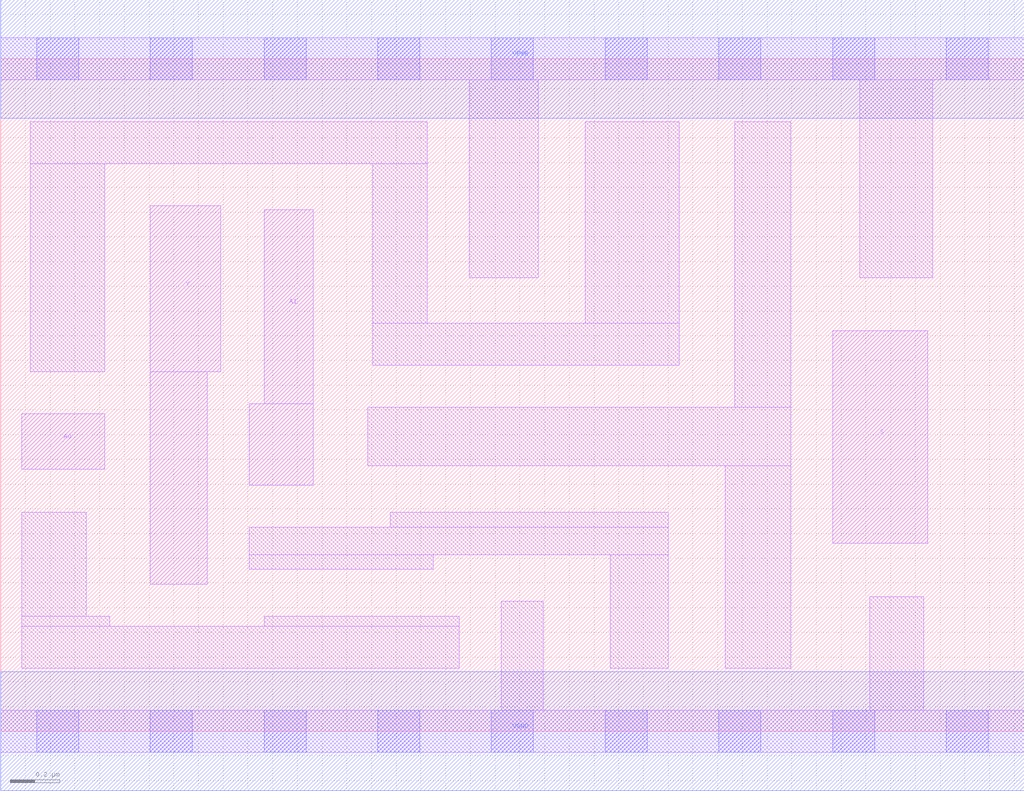
<source format=lef>
# Copyright 2020 The SkyWater PDK Authors
#
# Licensed under the Apache License, Version 2.0 (the "License");
# you may not use this file except in compliance with the License.
# You may obtain a copy of the License at
#
#     https://www.apache.org/licenses/LICENSE-2.0
#
# Unless required by applicable law or agreed to in writing, software
# distributed under the License is distributed on an "AS IS" BASIS,
# WITHOUT WARRANTIES OR CONDITIONS OF ANY KIND, either express or implied.
# See the License for the specific language governing permissions and
# limitations under the License.
#
# SPDX-License-Identifier: Apache-2.0

VERSION 5.7 ;
  NAMESCASESENSITIVE ON ;
  NOWIREEXTENSIONATPIN ON ;
  DIVIDERCHAR "/" ;
  BUSBITCHARS "[]" ;
UNITS
  DATABASE MICRONS 200 ;
END UNITS
PROPERTYDEFINITIONS
  MACRO maskLayoutSubType STRING ;
  MACRO prCellType STRING ;
  MACRO originalViewName STRING ;
END PROPERTYDEFINITIONS
MACRO sky130_fd_sc_hdll__mux2i_1
  CLASS CORE ;
  FOREIGN sky130_fd_sc_hdll__mux2i_1 ;
  ORIGIN  0.000000  0.000000 ;
  SIZE  4.140000 BY  2.720000 ;
  SYMMETRY X Y R90 ;
  SITE unithd ;
  PIN A0
    ANTENNAGATEAREA  0.277500 ;
    DIRECTION INPUT ;
    USE SIGNAL ;
    PORT
      LAYER li1 ;
        RECT 0.085000 1.060000 0.420000 1.285000 ;
    END
  END A0
  PIN A1
    ANTENNAGATEAREA  0.277500 ;
    DIRECTION INPUT ;
    USE SIGNAL ;
    PORT
      LAYER li1 ;
        RECT 1.005000 0.995000 1.265000 1.325000 ;
        RECT 1.065000 1.325000 1.265000 2.110000 ;
    END
  END A1
  PIN S
    ANTENNAGATEAREA  0.555000 ;
    DIRECTION INPUT ;
    USE SIGNAL ;
    PORT
      LAYER li1 ;
        RECT 3.365000 0.760000 3.750000 1.620000 ;
    END
  END S
  PIN Y
    ANTENNADIFFAREA  0.465500 ;
    DIRECTION OUTPUT ;
    USE SIGNAL ;
    PORT
      LAYER li1 ;
        RECT 0.605000 0.595000 0.835000 1.455000 ;
        RECT 0.605000 1.455000 0.890000 2.125000 ;
    END
  END Y
  PIN VGND
    DIRECTION INOUT ;
    USE GROUND ;
    PORT
      LAYER met1 ;
        RECT 0.000000 -0.240000 4.140000 0.240000 ;
    END
  END VGND
  PIN VPWR
    DIRECTION INOUT ;
    USE POWER ;
    PORT
      LAYER met1 ;
        RECT 0.000000 2.480000 4.140000 2.960000 ;
    END
  END VPWR
  OBS
    LAYER li1 ;
      RECT 0.000000 -0.085000 4.140000 0.085000 ;
      RECT 0.000000  2.635000 4.140000 2.805000 ;
      RECT 0.085000  0.255000 1.855000 0.425000 ;
      RECT 0.085000  0.425000 0.440000 0.465000 ;
      RECT 0.085000  0.465000 0.345000 0.885000 ;
      RECT 0.120000  1.455000 0.420000 2.295000 ;
      RECT 0.120000  2.295000 1.725000 2.465000 ;
      RECT 1.005000  0.655000 1.750000 0.715000 ;
      RECT 1.005000  0.715000 2.700000 0.825000 ;
      RECT 1.065000  0.425000 1.855000 0.465000 ;
      RECT 1.485000  1.075000 3.195000 1.310000 ;
      RECT 1.505000  1.480000 2.745000 1.650000 ;
      RECT 1.505000  1.650000 1.725000 2.295000 ;
      RECT 1.575000  0.825000 2.700000 0.885000 ;
      RECT 1.895000  1.835000 2.175000 2.635000 ;
      RECT 2.025000  0.085000 2.195000 0.525000 ;
      RECT 2.365000  1.650000 2.745000 2.465000 ;
      RECT 2.465000  0.255000 2.700000 0.715000 ;
      RECT 2.930000  0.255000 3.195000 1.075000 ;
      RECT 2.970000  1.310000 3.195000 2.465000 ;
      RECT 3.475000  1.835000 3.770000 2.635000 ;
      RECT 3.515000  0.085000 3.735000 0.545000 ;
    LAYER mcon ;
      RECT 0.145000 -0.085000 0.315000 0.085000 ;
      RECT 0.145000  2.635000 0.315000 2.805000 ;
      RECT 0.605000 -0.085000 0.775000 0.085000 ;
      RECT 0.605000  2.635000 0.775000 2.805000 ;
      RECT 1.065000 -0.085000 1.235000 0.085000 ;
      RECT 1.065000  2.635000 1.235000 2.805000 ;
      RECT 1.525000 -0.085000 1.695000 0.085000 ;
      RECT 1.525000  2.635000 1.695000 2.805000 ;
      RECT 1.985000 -0.085000 2.155000 0.085000 ;
      RECT 1.985000  2.635000 2.155000 2.805000 ;
      RECT 2.445000 -0.085000 2.615000 0.085000 ;
      RECT 2.445000  2.635000 2.615000 2.805000 ;
      RECT 2.905000 -0.085000 3.075000 0.085000 ;
      RECT 2.905000  2.635000 3.075000 2.805000 ;
      RECT 3.365000 -0.085000 3.535000 0.085000 ;
      RECT 3.365000  2.635000 3.535000 2.805000 ;
      RECT 3.825000 -0.085000 3.995000 0.085000 ;
      RECT 3.825000  2.635000 3.995000 2.805000 ;
  END
  PROPERTY maskLayoutSubType "abstract" ;
  PROPERTY prCellType "standard" ;
  PROPERTY originalViewName "layout" ;
END sky130_fd_sc_hdll__mux2i_1

</source>
